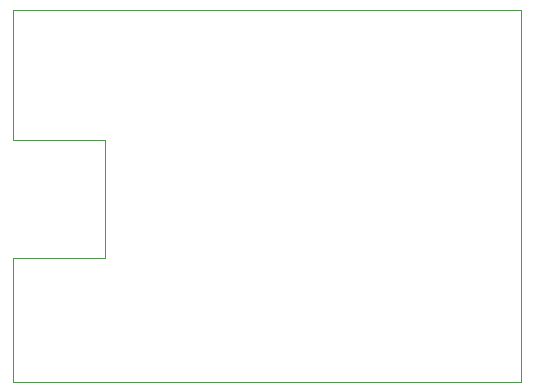
<source format=gbr>
%TF.GenerationSoftware,KiCad,Pcbnew,7.0.5*%
%TF.CreationDate,2023-07-11T15:30:59-04:00*%
%TF.ProjectId,StepperMotor_module_V2_XIAO_RP2040,53746570-7065-4724-9d6f-746f725f6d6f,rev?*%
%TF.SameCoordinates,Original*%
%TF.FileFunction,Profile,NP*%
%FSLAX46Y46*%
G04 Gerber Fmt 4.6, Leading zero omitted, Abs format (unit mm)*
G04 Created by KiCad (PCBNEW 7.0.5) date 2023-07-11 15:30:59*
%MOMM*%
%LPD*%
G01*
G04 APERTURE LIST*
%TA.AperFunction,Profile*%
%ADD10C,0.100000*%
%TD*%
G04 APERTURE END LIST*
D10*
X122000000Y-58000000D02*
X165000000Y-58000000D01*
X129750000Y-69000000D02*
X122000000Y-69000000D01*
X122000000Y-89500000D02*
X122000000Y-79000000D01*
X122000000Y-69000000D02*
X122000000Y-58000000D01*
X165000000Y-58000000D02*
X165000000Y-89500000D01*
X165000000Y-89500000D02*
X122000000Y-89500000D01*
X122000000Y-79000000D02*
X129750000Y-79000000D01*
X129750000Y-79000000D02*
X129750000Y-69000000D01*
M02*

</source>
